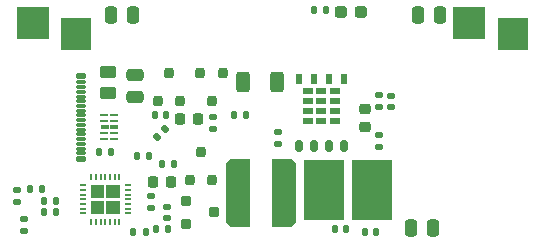
<source format=gtp>
G04 #@! TF.GenerationSoftware,KiCad,Pcbnew,8.0.7-8.0.7-0~ubuntu24.04.1*
G04 #@! TF.CreationDate,2024-12-31T12:59:00-07:00*
G04 #@! TF.ProjectId,2s 40A PSU and charger,32732034-3041-4205-9053-5520616e6420,V1*
G04 #@! TF.SameCoordinates,Original*
G04 #@! TF.FileFunction,Paste,Top*
G04 #@! TF.FilePolarity,Positive*
%FSLAX46Y46*%
G04 Gerber Fmt 4.6, Leading zero omitted, Abs format (unit mm)*
G04 Created by KiCad (PCBNEW 8.0.7-8.0.7-0~ubuntu24.04.1) date 2024-12-31 12:59:00*
%MOMM*%
%LPD*%
G01*
G04 APERTURE LIST*
G04 Aperture macros list*
%AMRoundRect*
0 Rectangle with rounded corners*
0 $1 Rounding radius*
0 $2 $3 $4 $5 $6 $7 $8 $9 X,Y pos of 4 corners*
0 Add a 4 corners polygon primitive as box body*
4,1,4,$2,$3,$4,$5,$6,$7,$8,$9,$2,$3,0*
0 Add four circle primitives for the rounded corners*
1,1,$1+$1,$2,$3*
1,1,$1+$1,$4,$5*
1,1,$1+$1,$6,$7*
1,1,$1+$1,$8,$9*
0 Add four rect primitives between the rounded corners*
20,1,$1+$1,$2,$3,$4,$5,0*
20,1,$1+$1,$4,$5,$6,$7,0*
20,1,$1+$1,$6,$7,$8,$9,0*
20,1,$1+$1,$8,$9,$2,$3,0*%
%AMOutline5P*
0 Free polygon, 5 corners , with rotation*
0 The origin of the aperture is its center*
0 number of corners: always 5*
0 $1 to $10 corner X, Y*
0 $11 Rotation angle, in degrees counterclockwise*
0 create outline with 5 corners*
4,1,5,$1,$2,$3,$4,$5,$6,$7,$8,$9,$10,$1,$2,$11*%
%AMOutline6P*
0 Free polygon, 6 corners , with rotation*
0 The origin of the aperture is its center*
0 number of corners: always 6*
0 $1 to $12 corner X, Y*
0 $13 Rotation angle, in degrees counterclockwise*
0 create outline with 6 corners*
4,1,6,$1,$2,$3,$4,$5,$6,$7,$8,$9,$10,$11,$12,$1,$2,$13*%
%AMOutline7P*
0 Free polygon, 7 corners , with rotation*
0 The origin of the aperture is its center*
0 number of corners: always 7*
0 $1 to $14 corner X, Y*
0 $15 Rotation angle, in degrees counterclockwise*
0 create outline with 7 corners*
4,1,7,$1,$2,$3,$4,$5,$6,$7,$8,$9,$10,$11,$12,$13,$14,$1,$2,$15*%
%AMOutline8P*
0 Free polygon, 8 corners , with rotation*
0 The origin of the aperture is its center*
0 number of corners: always 8*
0 $1 to $16 corner X, Y*
0 $17 Rotation angle, in degrees counterclockwise*
0 create outline with 8 corners*
4,1,8,$1,$2,$3,$4,$5,$6,$7,$8,$9,$10,$11,$12,$13,$14,$15,$16,$1,$2,$17*%
G04 Aperture macros list end*
%ADD10C,0.000000*%
%ADD11R,3.500000X5.100000*%
%ADD12RoundRect,0.140000X0.140000X0.170000X-0.140000X0.170000X-0.140000X-0.170000X0.140000X-0.170000X0*%
%ADD13R,0.675000X0.250000*%
%ADD14R,0.775000X0.400000*%
%ADD15RoundRect,0.135000X-0.185000X0.135000X-0.185000X-0.135000X0.185000X-0.135000X0.185000X0.135000X0*%
%ADD16RoundRect,0.135000X0.185000X-0.135000X0.185000X0.135000X-0.185000X0.135000X-0.185000X-0.135000X0*%
%ADD17RoundRect,0.250000X-0.250000X-0.475000X0.250000X-0.475000X0.250000X0.475000X-0.250000X0.475000X0*%
%ADD18RoundRect,0.140000X-0.140000X-0.170000X0.140000X-0.170000X0.140000X0.170000X-0.140000X0.170000X0*%
%ADD19RoundRect,0.250000X0.312500X0.625000X-0.312500X0.625000X-0.312500X-0.625000X0.312500X-0.625000X0*%
%ADD20RoundRect,0.200000X0.200000X-0.250000X0.200000X0.250000X-0.200000X0.250000X-0.200000X-0.250000X0*%
%ADD21RoundRect,0.147500X0.172500X-0.147500X0.172500X0.147500X-0.172500X0.147500X-0.172500X-0.147500X0*%
%ADD22RoundRect,0.200000X-0.250000X-0.200000X0.250000X-0.200000X0.250000X0.200000X-0.250000X0.200000X0*%
%ADD23RoundRect,0.135000X0.135000X0.185000X-0.135000X0.185000X-0.135000X-0.185000X0.135000X-0.185000X0*%
%ADD24RoundRect,0.225000X-0.250000X0.225000X-0.250000X-0.225000X0.250000X-0.225000X0.250000X0.225000X0*%
%ADD25RoundRect,0.135000X-0.135000X-0.185000X0.135000X-0.185000X0.135000X0.185000X-0.135000X0.185000X0*%
%ADD26RoundRect,0.250000X0.250000X0.475000X-0.250000X0.475000X-0.250000X-0.475000X0.250000X-0.475000X0*%
%ADD27R,2.800000X2.800000*%
%ADD28RoundRect,0.250000X0.475000X-0.250000X0.475000X0.250000X-0.475000X0.250000X-0.475000X-0.250000X0*%
%ADD29Outline6P,-2.900000X0.630000X-2.480000X1.050000X2.480000X1.050000X2.900000X0.630000X2.900000X-1.050000X-2.900000X-1.050000X90.000000*%
%ADD30Outline6P,-2.900000X0.630000X-2.480000X1.050000X2.480000X1.050000X2.900000X0.630000X2.900000X-1.050000X-2.900000X-1.050000X270.000000*%
%ADD31RoundRect,0.135000X0.035355X-0.226274X0.226274X-0.035355X-0.035355X0.226274X-0.226274X0.035355X0*%
%ADD32R,2.500000X2.800000*%
%ADD33RoundRect,0.140000X-0.170000X0.140000X-0.170000X-0.140000X0.170000X-0.140000X0.170000X0.140000X0*%
%ADD34RoundRect,0.250000X0.450000X-0.262500X0.450000X0.262500X-0.450000X0.262500X-0.450000X-0.262500X0*%
%ADD35RoundRect,0.237500X0.287500X0.237500X-0.287500X0.237500X-0.287500X-0.237500X0.287500X-0.237500X0*%
%ADD36R,0.900000X0.600000*%
%ADD37R,0.600000X0.900000*%
%ADD38RoundRect,0.150000X0.150000X0.375000X-0.150000X0.375000X-0.150000X-0.375000X0.150000X-0.375000X0*%
%ADD39RoundRect,0.200000X-0.200000X0.250000X-0.200000X-0.250000X0.200000X-0.250000X0.200000X0.250000X0*%
%ADD40O,0.200000X0.599999*%
%ADD41O,0.599999X0.200000*%
%ADD42RoundRect,0.225000X0.225000X0.250000X-0.225000X0.250000X-0.225000X-0.250000X0.225000X-0.250000X0*%
%ADD43RoundRect,0.070000X-0.345000X0.070000X-0.345000X-0.070000X0.345000X-0.070000X0.345000X0.070000X0*%
%ADD44RoundRect,0.112500X-0.302500X0.112500X-0.302500X-0.112500X0.302500X-0.112500X0.302500X0.112500X0*%
%ADD45RoundRect,0.225000X-0.225000X-0.250000X0.225000X-0.250000X0.225000X0.250000X-0.225000X0.250000X0*%
G04 APERTURE END LIST*
D10*
G04 #@! TO.C,U3*
G36*
X116300000Y-128500000D02*
G01*
X115152001Y-128500000D01*
X115152001Y-127352001D01*
X116300000Y-127352001D01*
X116300000Y-128500000D01*
G37*
G36*
X116300000Y-129847999D02*
G01*
X115152001Y-129847999D01*
X115152001Y-128700000D01*
X116300000Y-128700000D01*
X116300000Y-129847999D01*
G37*
G36*
X117647999Y-128500000D02*
G01*
X116500000Y-128500000D01*
X116500000Y-127352001D01*
X117647999Y-127352001D01*
X117647999Y-128500000D01*
G37*
G36*
X117647999Y-129847999D02*
G01*
X116500000Y-129847999D01*
X116500000Y-128700000D01*
X117647999Y-128700000D01*
X117647999Y-129847999D01*
G37*
G04 #@! TD*
D11*
G04 #@! TO.C,R18*
X139005000Y-127850000D03*
X134895000Y-127850000D03*
G04 #@! TD*
D12*
G04 #@! TO.C,C9*
X120080000Y-124900000D03*
X119120000Y-124900000D03*
G04 #@! TD*
D13*
G04 #@! TO.C,D11*
X116300000Y-121500000D03*
X116300000Y-122000000D03*
D14*
X116350000Y-122500000D03*
D13*
X116300000Y-123000000D03*
X116300000Y-123500000D03*
X117175000Y-123500000D03*
X117175000Y-123000000D03*
D14*
X117125000Y-122500000D03*
D13*
X117175000Y-122000000D03*
X117175000Y-121500000D03*
G04 #@! TD*
D15*
G04 #@! TO.C,R24*
X109500000Y-130290000D03*
X109500000Y-131310000D03*
G04 #@! TD*
D16*
G04 #@! TO.C,R20*
X120300000Y-129310000D03*
X120300000Y-128290000D03*
G04 #@! TD*
D15*
G04 #@! TO.C,R10*
X139600000Y-123190000D03*
X139600000Y-124210000D03*
G04 #@! TD*
D17*
G04 #@! TO.C,C20*
X142250000Y-131000000D03*
X144150000Y-131000000D03*
G04 #@! TD*
D18*
G04 #@! TO.C,C23*
X138370000Y-131400000D03*
X139330000Y-131400000D03*
G04 #@! TD*
D19*
G04 #@! TO.C,R1*
X130962500Y-118700000D03*
X128037500Y-118700000D03*
G04 #@! TD*
D20*
G04 #@! TO.C,Q1*
X120850000Y-120300000D03*
X122750000Y-120300000D03*
X121800000Y-117900000D03*
G04 #@! TD*
D21*
G04 #@! TO.C,D1*
X140600000Y-120785000D03*
X140600000Y-119815000D03*
G04 #@! TD*
D22*
G04 #@! TO.C,Q5*
X123200000Y-128750000D03*
X123200000Y-130650000D03*
X125600000Y-129700000D03*
G04 #@! TD*
D23*
G04 #@! TO.C,R19*
X116910000Y-124600000D03*
X115890000Y-124600000D03*
G04 #@! TD*
D24*
G04 #@! TO.C,C2*
X138400000Y-120925000D03*
X138400000Y-122475000D03*
G04 #@! TD*
D25*
G04 #@! TO.C,R25*
X134090000Y-112600000D03*
X135110000Y-112600000D03*
G04 #@! TD*
D18*
G04 #@! TO.C,C10*
X127320000Y-121500000D03*
X128280000Y-121500000D03*
G04 #@! TD*
D26*
G04 #@! TO.C,C12*
X118750000Y-113000000D03*
X116850000Y-113000000D03*
G04 #@! TD*
D18*
G04 #@! TO.C,C5*
X120620000Y-121500000D03*
X121580000Y-121500000D03*
G04 #@! TD*
D27*
G04 #@! TO.C,J3*
X110250000Y-113650000D03*
G04 #@! TD*
D28*
G04 #@! TO.C,C7*
X118900000Y-119950000D03*
X118900000Y-118050000D03*
G04 #@! TD*
D21*
G04 #@! TO.C,D3*
X108900000Y-128785000D03*
X108900000Y-127815000D03*
G04 #@! TD*
D16*
G04 #@! TO.C,R3*
X139600000Y-120810000D03*
X139600000Y-119790000D03*
G04 #@! TD*
D29*
G04 #@! TO.C,L2*
X127650000Y-128100000D03*
D30*
X131550000Y-128100000D03*
G04 #@! TD*
D31*
G04 #@! TO.C,R8*
X120739376Y-123360624D03*
X121460624Y-122639376D03*
G04 #@! TD*
D32*
G04 #@! TO.C,J5*
X113950000Y-114600000D03*
G04 #@! TD*
D25*
G04 #@! TO.C,R23*
X109990000Y-127700000D03*
X111010000Y-127700000D03*
G04 #@! TD*
D20*
G04 #@! TO.C,Q4*
X123550000Y-127000000D03*
X125450000Y-127000000D03*
X124500000Y-124600000D03*
G04 #@! TD*
D33*
G04 #@! TO.C,C21*
X121600000Y-129220000D03*
X121600000Y-130180000D03*
G04 #@! TD*
D34*
G04 #@! TO.C,R2*
X116600000Y-119612500D03*
X116600000Y-117787500D03*
G04 #@! TD*
D18*
G04 #@! TO.C,C11*
X121220000Y-125600000D03*
X122180000Y-125600000D03*
G04 #@! TD*
D23*
G04 #@! TO.C,R21*
X121710000Y-131100000D03*
X120690000Y-131100000D03*
G04 #@! TD*
D35*
G04 #@! TO.C,D4*
X138075000Y-112700000D03*
X136325000Y-112700000D03*
G04 #@! TD*
D17*
G04 #@! TO.C,C14*
X142850000Y-113000000D03*
X144750000Y-113000000D03*
G04 #@! TD*
D23*
G04 #@! TO.C,R29*
X112210000Y-128700000D03*
X111190000Y-128700000D03*
G04 #@! TD*
D18*
G04 #@! TO.C,C22*
X135820000Y-131100000D03*
X136780000Y-131100000D03*
G04 #@! TD*
D36*
G04 #@! TO.C,Q3*
X133550000Y-121950000D03*
X134700000Y-121950000D03*
X135850000Y-121950000D03*
X133550000Y-121100000D03*
X134700000Y-121100000D03*
X135850000Y-121100000D03*
X133550000Y-120250000D03*
X134700000Y-120250000D03*
X135850000Y-120250000D03*
X133550000Y-119400000D03*
X134700000Y-119400000D03*
X135850000Y-119400000D03*
D37*
X132795000Y-118400000D03*
X134065000Y-118400000D03*
X135335000Y-118400000D03*
X136605000Y-118400000D03*
D38*
X132795000Y-124125000D03*
X134065000Y-124125000D03*
X135335000Y-124125000D03*
X136605000Y-124125000D03*
G04 #@! TD*
D15*
G04 #@! TO.C,R12*
X131000000Y-122890000D03*
X131000000Y-123910000D03*
G04 #@! TD*
D39*
G04 #@! TO.C,Q2*
X126350000Y-117900000D03*
X124450000Y-117900000D03*
X125400000Y-120300000D03*
G04 #@! TD*
D16*
G04 #@! TO.C,R7*
X125500000Y-122609999D03*
X125500000Y-121590001D03*
G04 #@! TD*
D27*
G04 #@! TO.C,J1*
X147199999Y-113650000D03*
G04 #@! TD*
D40*
G04 #@! TO.C,U3*
X117600000Y-126700001D03*
X117200001Y-126700001D03*
X116799999Y-126700001D03*
X116400000Y-126700001D03*
X116000001Y-126700001D03*
X115599999Y-126700001D03*
X115200000Y-126700001D03*
D41*
X114500001Y-127400000D03*
X114500001Y-127799999D03*
X114500001Y-128200001D03*
X114500001Y-128600000D03*
X114500001Y-128999999D03*
X114500001Y-129400001D03*
X114500001Y-129800000D03*
D40*
X115200000Y-130500001D03*
X115599999Y-130500001D03*
X116000001Y-130500001D03*
X116400000Y-130500001D03*
X116799999Y-130500001D03*
X117200001Y-130500001D03*
X117600000Y-130500001D03*
D41*
X118299999Y-129800000D03*
X118299999Y-129400001D03*
X118299999Y-128999999D03*
X118299999Y-128600000D03*
X118299999Y-128200001D03*
X118299999Y-127799999D03*
X118299999Y-127400000D03*
G04 #@! TD*
D32*
G04 #@! TO.C,J4*
X150950000Y-114600000D03*
G04 #@! TD*
D42*
G04 #@! TO.C,C6*
X124275000Y-121800000D03*
X122725000Y-121800000D03*
G04 #@! TD*
D43*
G04 #@! TO.C,J10*
X114350000Y-118700000D03*
X114350000Y-119500000D03*
X114350000Y-120300000D03*
X114350000Y-121100000D03*
X114350000Y-121500000D03*
X114350000Y-121900000D03*
X114350000Y-123500000D03*
X114350000Y-124300000D03*
X114350000Y-124700000D03*
X114350000Y-123900000D03*
X114350000Y-123100000D03*
X114350000Y-122700000D03*
X114350000Y-122300000D03*
X114350000Y-120700000D03*
X114350000Y-119900000D03*
X114350000Y-119100000D03*
D44*
X114350000Y-118185000D03*
X114350000Y-125215000D03*
G04 #@! TD*
D45*
G04 #@! TO.C,C17*
X120425000Y-127100000D03*
X121975000Y-127100000D03*
G04 #@! TD*
D23*
G04 #@! TO.C,R11*
X112210000Y-129700000D03*
X111190000Y-129700000D03*
G04 #@! TD*
G04 #@! TO.C,R22*
X119810000Y-131400000D03*
X118790000Y-131400000D03*
G04 #@! TD*
M02*

</source>
